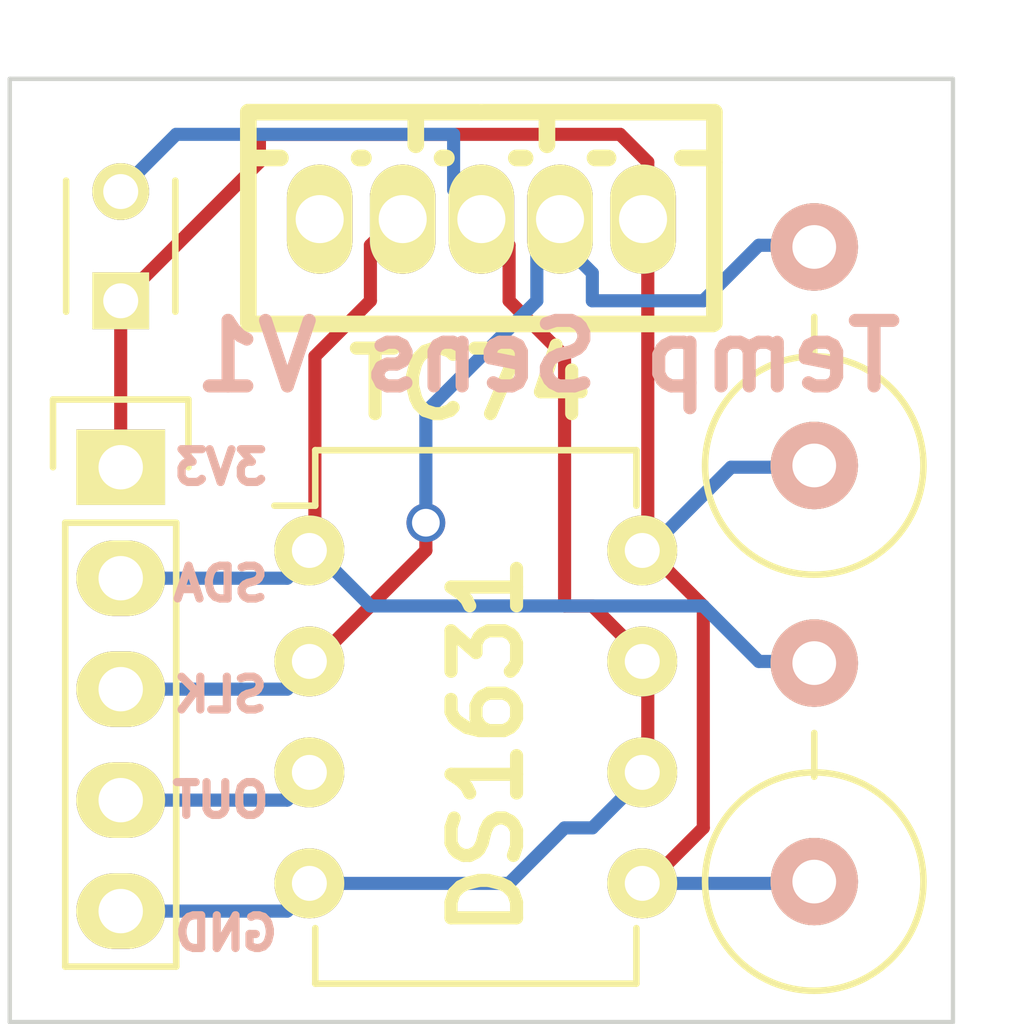
<source format=kicad_pcb>
(kicad_pcb (version 4) (host pcbnew 4.0.0-rc1-stable)

  (general
    (links 18)
    (no_connects 0)
    (area 140.466 90.932 165.54988 115.620001)
    (thickness 1.6)
    (drawings 12)
    (tracks 84)
    (zones 0)
    (modules 6)
    (nets 6)
  )

  (page A4)
  (layers
    (0 F.Cu signal)
    (31 B.Cu signal)
    (32 B.Adhes user)
    (33 F.Adhes user)
    (34 B.Paste user)
    (35 F.Paste user)
    (36 B.SilkS user)
    (37 F.SilkS user)
    (38 B.Mask user)
    (39 F.Mask user)
    (40 Dwgs.User user)
    (41 Cmts.User user)
    (42 Eco1.User user)
    (43 Eco2.User user)
    (44 Edge.Cuts user)
    (45 Margin user)
    (46 B.CrtYd user)
    (47 F.CrtYd user)
    (48 B.Fab user)
    (49 F.Fab user)
  )

  (setup
    (last_trace_width 0.3)
    (trace_clearance 0.254)
    (zone_clearance 0.508)
    (zone_45_only no)
    (trace_min 0.3)
    (segment_width 0.2)
    (edge_width 0.1)
    (via_size 0.889)
    (via_drill 0.635)
    (via_min_size 0.889)
    (via_min_drill 0.635)
    (uvia_size 0.508)
    (uvia_drill 0.127)
    (uvias_allowed no)
    (uvia_min_size 0.508)
    (uvia_min_drill 0.127)
    (pcb_text_width 0.3)
    (pcb_text_size 1.5 1.5)
    (mod_edge_width 0.15)
    (mod_text_size 1 1)
    (mod_text_width 0.15)
    (pad_size 1.5 1.5)
    (pad_drill 0.6)
    (pad_to_mask_clearance 0)
    (aux_axis_origin 0 0)
    (visible_elements FFFFFF7F)
    (pcbplotparams
      (layerselection 0x010f0_80000001)
      (usegerberextensions false)
      (excludeedgelayer true)
      (linewidth 0.100000)
      (plotframeref false)
      (viasonmask false)
      (mode 1)
      (useauxorigin false)
      (hpglpennumber 1)
      (hpglpenspeed 20)
      (hpglpendiameter 15)
      (hpglpenoverlay 2)
      (psnegative false)
      (psa4output false)
      (plotreference true)
      (plotvalue true)
      (plotinvisibletext false)
      (padsonsilk false)
      (subtractmaskfromsilk false)
      (outputformat 1)
      (mirror false)
      (drillshape 0)
      (scaleselection 1)
      (outputdirectory ""))
  )

  (net 0 "")
  (net 1 +3V3)
  (net 2 GND)
  (net 3 "Net-(P1-Pad2)")
  (net 4 "Net-(P1-Pad3)")
  (net 5 "Net-(P1-Pad4)")

  (net_class Default "This is the default net class."
    (clearance 0.254)
    (trace_width 0.3)
    (via_dia 0.889)
    (via_drill 0.635)
    (uvia_dia 0.508)
    (uvia_drill 0.127)
    (add_net +3V3)
    (add_net GND)
    (add_net "Net-(P1-Pad2)")
    (add_net "Net-(P1-Pad3)")
    (add_net "Net-(P1-Pad4)")
  )

  (module Capacitors_ThroughHole:C_Disc_D3_P2.5 (layer F.Cu) (tedit 56034789) (tstamp 5603369C)
    (at 144.145 99.06 90)
    (descr "Capacitor 3mm Disc, Pitch 2.5mm")
    (tags Capacitor)
    (path /560319FC)
    (fp_text reference "" (at 1.25 -2.5 90) (layer F.SilkS)
      (effects (font (size 1 1) (thickness 0.15)))
    )
    (fp_text value "" (at 1.25 2.5 90) (layer F.Fab)
      (effects (font (size 1 1) (thickness 0.15)))
    )
    (fp_line (start -0.9 -1.5) (end 3.4 -1.5) (layer F.CrtYd) (width 0.05))
    (fp_line (start 3.4 -1.5) (end 3.4 1.5) (layer F.CrtYd) (width 0.05))
    (fp_line (start 3.4 1.5) (end -0.9 1.5) (layer F.CrtYd) (width 0.05))
    (fp_line (start -0.9 1.5) (end -0.9 -1.5) (layer F.CrtYd) (width 0.05))
    (fp_line (start -0.25 -1.25) (end 2.75 -1.25) (layer F.SilkS) (width 0.15))
    (fp_line (start 2.75 1.25) (end -0.25 1.25) (layer F.SilkS) (width 0.15))
    (pad 1 thru_hole rect (at 0 0 90) (size 1.3 1.3) (drill 0.8) (layers *.Cu *.Mask F.SilkS)
      (net 1 +3V3))
    (pad 2 thru_hole circle (at 2.5 0 90) (size 1.3 1.3) (drill 0.8001) (layers *.Cu *.Mask F.SilkS)
      (net 2 GND))
    (model Capacitors_ThroughHole.3dshapes/C_Disc_D3_P2.5.wrl
      (at (xyz 0.0492126 0 0))
      (scale (xyz 1 1 1))
      (rotate (xyz 0 0 0))
    )
  )

  (module Pin_Headers:Pin_Header_Straight_1x05 (layer F.Cu) (tedit 56034798) (tstamp 560336A5)
    (at 144.145 102.87)
    (descr "Through hole pin header")
    (tags "pin header")
    (path /560351D3)
    (fp_text reference "" (at 0 -5.1) (layer F.SilkS)
      (effects (font (size 1 1) (thickness 0.15)))
    )
    (fp_text value "" (at 0 -3.1) (layer F.Fab)
      (effects (font (size 1 1) (thickness 0.15)))
    )
    (fp_line (start -1.55 0) (end -1.55 -1.55) (layer F.SilkS) (width 0.15))
    (fp_line (start -1.55 -1.55) (end 1.55 -1.55) (layer F.SilkS) (width 0.15))
    (fp_line (start 1.55 -1.55) (end 1.55 0) (layer F.SilkS) (width 0.15))
    (fp_line (start -1.75 -1.75) (end -1.75 11.95) (layer F.CrtYd) (width 0.05))
    (fp_line (start 1.75 -1.75) (end 1.75 11.95) (layer F.CrtYd) (width 0.05))
    (fp_line (start -1.75 -1.75) (end 1.75 -1.75) (layer F.CrtYd) (width 0.05))
    (fp_line (start -1.75 11.95) (end 1.75 11.95) (layer F.CrtYd) (width 0.05))
    (fp_line (start 1.27 1.27) (end 1.27 11.43) (layer F.SilkS) (width 0.15))
    (fp_line (start 1.27 11.43) (end -1.27 11.43) (layer F.SilkS) (width 0.15))
    (fp_line (start -1.27 11.43) (end -1.27 1.27) (layer F.SilkS) (width 0.15))
    (fp_line (start 1.27 1.27) (end -1.27 1.27) (layer F.SilkS) (width 0.15))
    (pad 1 thru_hole rect (at 0 0) (size 2.032 1.7272) (drill 1.016) (layers *.Cu *.Mask F.SilkS)
      (net 1 +3V3))
    (pad 2 thru_hole oval (at 0 2.54) (size 2.032 1.7272) (drill 1.016) (layers *.Cu *.Mask F.SilkS)
      (net 3 "Net-(P1-Pad2)"))
    (pad 3 thru_hole oval (at 0 5.08) (size 2.032 1.7272) (drill 1.016) (layers *.Cu *.Mask F.SilkS)
      (net 4 "Net-(P1-Pad3)"))
    (pad 4 thru_hole oval (at 0 7.62) (size 2.032 1.7272) (drill 1.016) (layers *.Cu *.Mask F.SilkS)
      (net 5 "Net-(P1-Pad4)"))
    (pad 5 thru_hole oval (at 0 10.16) (size 2.032 1.7272) (drill 1.016) (layers *.Cu *.Mask F.SilkS)
      (net 2 GND))
    (model Pin_Headers.3dshapes/Pin_Header_Straight_1x05.wrl
      (at (xyz 0 -0.2 0))
      (scale (xyz 1 1 1))
      (rotate (xyz 0 0 90))
    )
  )

  (module Resistors_ThroughHole:Resistor_Vertical_RM5mm (layer F.Cu) (tedit 56034772) (tstamp 560336AB)
    (at 160.02 109.855 90)
    (descr "Resistor, Vertical, RM 5mm, 1/3W,")
    (tags "Resistor, Vertical, RM 5mm, 1/3W,")
    (path /56031AAC)
    (fp_text reference "" (at 2.70002 -3.29946 90) (layer F.SilkS)
      (effects (font (size 1 1) (thickness 0.15)))
    )
    (fp_text value "" (at 0 4.50088 90) (layer F.Fab)
      (effects (font (size 1 1) (thickness 0.15)))
    )
    (fp_line (start -0.09906 0) (end 0.9017 0) (layer F.SilkS) (width 0.15))
    (fp_circle (center -2.49936 0) (end 0 0) (layer F.SilkS) (width 0.15))
    (pad 1 thru_hole circle (at -2.49936 0 90) (size 1.99898 1.99898) (drill 1.00076) (layers *.Cu *.SilkS *.Mask)
      (net 1 +3V3))
    (pad 2 thru_hole circle (at 2.5019 0 90) (size 1.99898 1.99898) (drill 1.00076) (layers *.Cu *.SilkS *.Mask)
      (net 3 "Net-(P1-Pad2)"))
  )

  (module Resistors_ThroughHole:Resistor_Vertical_RM5mm (layer F.Cu) (tedit 5603477C) (tstamp 560336B1)
    (at 160.02 100.33 90)
    (descr "Resistor, Vertical, RM 5mm, 1/3W,")
    (tags "Resistor, Vertical, RM 5mm, 1/3W,")
    (path /56031A55)
    (fp_text reference "" (at 2.70002 -3.29946 90) (layer F.SilkS)
      (effects (font (size 1 1) (thickness 0.15)))
    )
    (fp_text value "" (at 0 4.50088 90) (layer F.Fab)
      (effects (font (size 1 1) (thickness 0.15)))
    )
    (fp_line (start -0.09906 0) (end 0.9017 0) (layer F.SilkS) (width 0.15))
    (fp_circle (center -2.49936 0) (end 0 0) (layer F.SilkS) (width 0.15))
    (pad 1 thru_hole circle (at -2.49936 0 90) (size 1.99898 1.99898) (drill 1.00076) (layers *.Cu *.SilkS *.Mask)
      (net 1 +3V3))
    (pad 2 thru_hole circle (at 2.5019 0 90) (size 1.99898 1.99898) (drill 1.00076) (layers *.Cu *.SilkS *.Mask)
      (net 4 "Net-(P1-Pad3)"))
  )

  (module Housings_DIP:DIP-8_W7.62mm (layer F.Cu) (tedit 560347CD) (tstamp 560336BD)
    (at 148.463 104.775)
    (descr "8-lead dip package, row spacing 7.62 mm (300 mils)")
    (tags "dil dip 2.54 300")
    (path /560316EF)
    (fp_text reference "" (at 0 -5.22) (layer F.SilkS)
      (effects (font (size 1 1) (thickness 0.15)))
    )
    (fp_text value "" (at 0 -3.72) (layer F.Fab)
      (effects (font (size 1 1) (thickness 0.15)))
    )
    (fp_line (start -1.05 -2.45) (end -1.05 10.1) (layer F.CrtYd) (width 0.05))
    (fp_line (start 8.65 -2.45) (end 8.65 10.1) (layer F.CrtYd) (width 0.05))
    (fp_line (start -1.05 -2.45) (end 8.65 -2.45) (layer F.CrtYd) (width 0.05))
    (fp_line (start -1.05 10.1) (end 8.65 10.1) (layer F.CrtYd) (width 0.05))
    (fp_line (start 0.135 -2.295) (end 0.135 -1.025) (layer F.SilkS) (width 0.15))
    (fp_line (start 7.485 -2.295) (end 7.485 -1.025) (layer F.SilkS) (width 0.15))
    (fp_line (start 7.485 9.915) (end 7.485 8.645) (layer F.SilkS) (width 0.15))
    (fp_line (start 0.135 9.915) (end 0.135 8.645) (layer F.SilkS) (width 0.15))
    (fp_line (start 0.135 -2.295) (end 7.485 -2.295) (layer F.SilkS) (width 0.15))
    (fp_line (start 0.135 9.915) (end 7.485 9.915) (layer F.SilkS) (width 0.15))
    (fp_line (start 0.135 -1.025) (end -0.8 -1.025) (layer F.SilkS) (width 0.15))
    (pad 1 thru_hole oval (at 0 0) (size 1.6 1.6) (drill 0.8) (layers *.Cu *.Mask F.SilkS)
      (net 3 "Net-(P1-Pad2)"))
    (pad 2 thru_hole oval (at 0 2.54) (size 1.6 1.6) (drill 0.8) (layers *.Cu *.Mask F.SilkS)
      (net 4 "Net-(P1-Pad3)"))
    (pad 3 thru_hole oval (at 0 5.08) (size 1.6 1.6) (drill 0.8) (layers *.Cu *.Mask F.SilkS)
      (net 5 "Net-(P1-Pad4)"))
    (pad 4 thru_hole oval (at 0 7.62) (size 1.6 1.6) (drill 0.8) (layers *.Cu *.Mask F.SilkS)
      (net 2 GND))
    (pad 5 thru_hole oval (at 7.62 7.62) (size 1.6 1.6) (drill 0.8) (layers *.Cu *.Mask F.SilkS)
      (net 1 +3V3))
    (pad 6 thru_hole oval (at 7.62 5.08) (size 1.6 1.6) (drill 0.8) (layers *.Cu *.Mask F.SilkS)
      (net 2 GND))
    (pad 7 thru_hole oval (at 7.62 2.54) (size 1.6 1.6) (drill 0.8) (layers *.Cu *.Mask F.SilkS)
      (net 2 GND))
    (pad 8 thru_hole oval (at 7.62 0) (size 1.6 1.6) (drill 0.8) (layers *.Cu *.Mask F.SilkS)
      (net 1 +3V3))
    (model Housings_DIP.3dshapes/DIP-8_W7.62mm.wrl
      (at (xyz 0 0 0))
      (scale (xyz 1 1 1))
      (rotate (xyz 0 0 0))
    )
  )

  (module VorlagenModul-cache-orig-2:Pentawatt_Neutral_Straight_Vertical_TO220-5-T05A (layer F.Cu) (tedit 5603465E) (tstamp 560336C6)
    (at 152.4 97.79)
    (descr Pentawatt_Neutral_Straight_Vertical_TO220-5-T05A)
    (tags Pentawatt_Neutral_Straight_Vertical_TO220-5-T05A)
    (path /56032480)
    (fp_text reference "" (at 0 -5.08) (layer F.SilkS)
      (effects (font (thickness 0.3048)))
    )
    (fp_text value "" (at 1.27 7.62) (layer F.SilkS)
      (effects (font (thickness 0.3048)))
    )
    (fp_line (start 4.59994 -1.99898) (end 5.30098 -1.99898) (layer F.SilkS) (width 0.381))
    (fp_line (start 2.60096 -1.99898) (end 2.90068 -1.99898) (layer F.SilkS) (width 0.381))
    (fp_line (start 0.8001 -1.99898) (end 1.00076 -1.99898) (layer F.SilkS) (width 0.381))
    (fp_line (start -0.89916 -1.99898) (end -0.8001 -1.99898) (layer F.SilkS) (width 0.381))
    (fp_line (start -2.79908 -1.99898) (end -2.70002 -1.99898) (layer F.SilkS) (width 0.381))
    (fp_line (start -5.30098 -1.99898) (end -4.59994 -1.99898) (layer F.SilkS) (width 0.381))
    (fp_line (start 1.50114 -2.99974) (end 1.50114 -2.30124) (layer F.SilkS) (width 0.381))
    (fp_line (start -1.50114 -2.99974) (end -1.50114 -2.30124) (layer F.SilkS) (width 0.381))
    (fp_line (start -5.30098 1.80086) (end 5.30098 1.80086) (layer F.SilkS) (width 0.381))
    (fp_text user "" (at -6.35 3.81) (layer F.SilkS)
      (effects (font (thickness 0.3048)))
    )
    (fp_line (start 5.334 -1.905) (end 5.334 1.778) (layer F.SilkS) (width 0.381))
    (fp_line (start -5.334 1.778) (end -5.334 -1.905) (layer F.SilkS) (width 0.381))
    (fp_line (start 5.334 -3.048) (end 5.334 -1.905) (layer F.SilkS) (width 0.381))
    (fp_line (start -5.334 -1.905) (end -5.334 -3.048) (layer F.SilkS) (width 0.381))
    (fp_line (start 0 -3.048) (end -5.334 -3.048) (layer F.SilkS) (width 0.381))
    (fp_line (start 0 -3.048) (end 5.334 -3.048) (layer F.SilkS) (width 0.381))
    (pad 3 thru_hole oval (at 0 -0.59944 90) (size 2.49936 1.50114) (drill 1.09982) (layers *.Cu *.Mask F.SilkS)
      (net 2 GND))
    (pad 1 thru_hole oval (at -3.70078 -0.59944 90) (size 2.49936 1.50114) (drill 1.09982) (layers *.Cu *.Mask F.SilkS))
    (pad 5 thru_hole oval (at 3.70078 -0.59944 90) (size 2.49936 1.50114) (drill 1.09982) (layers *.Cu *.Mask F.SilkS)
      (net 1 +3V3))
    (pad 4 thru_hole oval (at 1.80086 -0.59944 90) (size 2.49936 1.50114) (drill 1.09982) (layers *.Cu *.Mask F.SilkS)
      (net 4 "Net-(P1-Pad3)"))
    (pad 2 thru_hole oval (at -1.80086 -0.59944 90) (size 2.49936 1.50114) (drill 1.09982) (layers *.Cu *.Mask F.SilkS)
      (net 3 "Net-(P1-Pad2)"))
  )

  (gr_text TC74 (at 152.146 100.965) (layer F.SilkS)
    (effects (font (size 1.5 1.5) (thickness 0.3)))
  )
  (gr_text DS1631 (at 152.527 109.22 90) (layer F.SilkS)
    (effects (font (size 1.5 1.5) (thickness 0.3)))
  )
  (gr_text "OUT\n" (at 146.431 110.49) (layer B.SilkS)
    (effects (font (size 0.75 0.75) (thickness 0.1875)) (justify mirror))
  )
  (gr_text "Temp Sens V1\n" (at 153.924 100.33) (layer B.SilkS)
    (effects (font (size 1.5 1.5) (thickness 0.3)) (justify mirror))
  )
  (gr_text SLK (at 146.431 108.077) (layer B.SilkS)
    (effects (font (size 0.75 0.75) (thickness 0.1875)) (justify mirror))
  )
  (gr_text SDA (at 146.431 105.537) (layer B.SilkS)
    (effects (font (size 0.75 0.75) (thickness 0.1875)) (justify mirror))
  )
  (gr_text 3V3 (at 146.431 102.87) (layer B.SilkS)
    (effects (font (size 0.75 0.75) (thickness 0.1875)) (justify mirror))
  )
  (gr_text GND (at 146.558 113.538) (layer B.SilkS)
    (effects (font (size 0.75 0.75) (thickness 0.1875)) (justify mirror))
  )
  (gr_line (start 163.195 93.98) (end 141.605 93.98) (angle 90) (layer Edge.Cuts) (width 0.1))
  (gr_line (start 163.195 115.57) (end 163.195 93.98) (angle 90) (layer Edge.Cuts) (width 0.1))
  (gr_line (start 141.605 115.57) (end 163.195 115.57) (angle 90) (layer Edge.Cuts) (width 0.1))
  (gr_line (start 141.605 93.98) (end 141.605 115.57) (angle 90) (layer Edge.Cuts) (width 0.1))

  (segment (start 144.145 99.06) (end 147.32 95.885) (width 0.3) (layer F.Cu) (net 1) (status 80000))
  (segment (start 147.32 95.885) (end 147.32 95.25) (width 0.3) (layer F.Cu) (net 1) (status 80000))
  (segment (start 147.32 95.25) (end 155.575 95.25) (width 0.3) (layer F.Cu) (net 1) (status 80000))
  (segment (start 155.575 95.25) (end 156.21 95.885) (width 0.3) (layer F.Cu) (net 1) (status 80000))
  (segment (start 156.21 95.885) (end 156.21 97.155) (width 0.3) (layer F.Cu) (net 1) (status 80000))
  (segment (start 156.21 97.155) (end 156.10078 97.19056) (width 0.3) (layer F.Cu) (net 1) (tstamp 56033E59) (status 80000))
  (segment (start 156.083 104.775) (end 156.21 104.775) (width 0.3) (layer B.Cu) (net 1) (status 80000))
  (segment (start 156.21 104.775) (end 158.115 102.87) (width 0.3) (layer B.Cu) (net 1) (status 80000))
  (segment (start 158.115 102.87) (end 160.02 102.87) (width 0.3) (layer B.Cu) (net 1) (status 80000))
  (segment (start 160.02 102.87) (end 160.02 102.82936) (width 0.3) (layer B.Cu) (net 1) (tstamp 56033E57) (status 80000))
  (segment (start 156.10078 97.19056) (end 156.21 97.155) (width 0.3) (layer F.Cu) (net 1) (status 80000))
  (segment (start 156.21 97.155) (end 156.21 104.775) (width 0.3) (layer F.Cu) (net 1) (status 80000))
  (segment (start 156.21 104.775) (end 156.083 104.775) (width 0.3) (layer F.Cu) (net 1) (tstamp 56033E54) (status 80000))
  (segment (start 156.083 104.775) (end 156.21 104.775) (width 0.3) (layer F.Cu) (net 1) (status 80000))
  (segment (start 156.21 104.775) (end 157.48 106.045) (width 0.3) (layer F.Cu) (net 1) (status 80000))
  (segment (start 157.48 106.045) (end 157.48 111.125) (width 0.3) (layer F.Cu) (net 1) (status 80000))
  (segment (start 157.48 111.125) (end 156.21 112.395) (width 0.3) (layer F.Cu) (net 1) (status 80000))
  (segment (start 156.21 112.395) (end 156.083 112.395) (width 0.3) (layer F.Cu) (net 1) (tstamp 56033E53) (status 80000))
  (segment (start 156.083 112.395) (end 160.02 112.395) (width 0.3) (layer B.Cu) (net 1) (status 80000))
  (segment (start 160.02 112.395) (end 160.02 112.35436) (width 0.3) (layer B.Cu) (net 1) (tstamp 56033E52) (status 80000))
  (segment (start 144.145 102.87) (end 144.145 99.06) (width 0.3) (layer F.Cu) (net 1) (status 80000))
  (segment (start 152.4 97.19056) (end 152.4 97.155) (width 0.3) (layer F.Cu) (net 2) (status 80000))
  (segment (start 152.4 97.155) (end 153.035 97.79) (width 0.3) (layer F.Cu) (net 2) (status 80000))
  (segment (start 153.035 97.79) (end 153.035 99.06) (width 0.3) (layer F.Cu) (net 2) (status 80000))
  (segment (start 153.035 99.06) (end 154.305 100.33) (width 0.3) (layer F.Cu) (net 2) (status 80000))
  (segment (start 154.305 100.33) (end 154.305 106.045) (width 0.3) (layer F.Cu) (net 2) (status 80000))
  (segment (start 154.305 106.045) (end 154.94 106.045) (width 0.3) (layer F.Cu) (net 2) (status 80000))
  (segment (start 154.94 106.045) (end 156.21 107.315) (width 0.3) (layer F.Cu) (net 2) (status 80000))
  (segment (start 156.21 107.315) (end 156.083 107.315) (width 0.3) (layer F.Cu) (net 2) (tstamp 56033E5B) (status 80000))
  (segment (start 156.083 109.855) (end 156.21 109.855) (width 0.3) (layer B.Cu) (net 2) (status 80000))
  (segment (start 156.21 109.855) (end 154.94 111.125) (width 0.3) (layer B.Cu) (net 2) (status 80000))
  (segment (start 154.94 111.125) (end 154.305 111.125) (width 0.3) (layer B.Cu) (net 2) (status 80000))
  (segment (start 154.305 111.125) (end 153.035 112.395) (width 0.3) (layer B.Cu) (net 2) (status 80000))
  (segment (start 153.035 112.395) (end 148.463 112.395) (width 0.3) (layer B.Cu) (net 2) (status 80000))
  (segment (start 144.145 96.56) (end 144.145 96.52) (width 0.3) (layer B.Cu) (net 2) (status 80000))
  (segment (start 144.145 96.52) (end 145.415 95.25) (width 0.3) (layer B.Cu) (net 2) (status 80000))
  (segment (start 145.415 95.25) (end 151.765 95.25) (width 0.3) (layer B.Cu) (net 2) (status 80000))
  (segment (start 151.765 95.25) (end 151.765 96.52) (width 0.3) (layer B.Cu) (net 2) (status 80000))
  (segment (start 151.765 96.52) (end 152.4 97.155) (width 0.3) (layer B.Cu) (net 2) (status 80000))
  (segment (start 152.4 97.155) (end 152.4 97.19056) (width 0.3) (layer B.Cu) (net 2) (tstamp 56033E56) (status 80000))
  (segment (start 148.463 112.395) (end 148.59 112.395) (width 0.3) (layer B.Cu) (net 2) (status 80000))
  (segment (start 148.59 112.395) (end 147.955 113.03) (width 0.3) (layer B.Cu) (net 2) (status 80000))
  (segment (start 147.955 113.03) (end 144.145 113.03) (width 0.3) (layer B.Cu) (net 2) (status 80000))
  (segment (start 156.083 107.315) (end 156.21 107.315) (width 0.3) (layer F.Cu) (net 2) (status 80000))
  (segment (start 156.21 107.315) (end 156.21 109.855) (width 0.3) (layer F.Cu) (net 2) (status 80000))
  (segment (start 156.21 109.855) (end 156.083 109.855) (width 0.3) (layer F.Cu) (net 2) (tstamp 56033E51) (status 80000))
  (segment (start 148.463 104.775) (end 148.59 104.775) (width 0.3) (layer B.Cu) (net 3) (status 80000))
  (segment (start 148.59 104.775) (end 149.86 106.045) (width 0.3) (layer B.Cu) (net 3) (status 80000))
  (segment (start 149.86 106.045) (end 157.48 106.045) (width 0.3) (layer B.Cu) (net 3) (status 80000))
  (segment (start 157.48 106.045) (end 158.75 107.315) (width 0.3) (layer B.Cu) (net 3) (status 80000))
  (segment (start 158.75 107.315) (end 160.02 107.315) (width 0.3) (layer B.Cu) (net 3) (status 80000))
  (segment (start 160.02 107.315) (end 160.02 107.3531) (width 0.3) (layer B.Cu) (net 3) (tstamp 56033E5A) (status 80000))
  (segment (start 150.59914 97.19056) (end 150.495 97.155) (width 0.3) (layer F.Cu) (net 3) (status 80000))
  (segment (start 150.495 97.155) (end 149.86 97.79) (width 0.3) (layer F.Cu) (net 3) (status 80000))
  (segment (start 149.86 97.79) (end 149.86 99.06) (width 0.3) (layer F.Cu) (net 3) (status 80000))
  (segment (start 149.86 99.06) (end 148.59 100.33) (width 0.3) (layer F.Cu) (net 3) (status 80000))
  (segment (start 148.59 100.33) (end 148.59 104.775) (width 0.3) (layer F.Cu) (net 3) (status 80000))
  (segment (start 148.59 104.775) (end 148.463 104.775) (width 0.3) (layer F.Cu) (net 3) (tstamp 56033E58) (status 80000))
  (segment (start 148.463 104.775) (end 148.59 104.775) (width 0.3) (layer B.Cu) (net 3) (status 80000))
  (segment (start 148.59 104.775) (end 147.955 105.41) (width 0.3) (layer B.Cu) (net 3) (status 80000))
  (segment (start 147.955 105.41) (end 144.145 105.41) (width 0.3) (layer B.Cu) (net 3) (status 80000))
  (segment (start 148.463 107.315) (end 148.59 107.315) (width 0.3) (layer F.Cu) (net 4) (status 80000))
  (segment (start 148.59 107.315) (end 151.13 104.775) (width 0.3) (layer F.Cu) (net 4) (status 80000))
  (segment (start 151.13 104.775) (end 151.13 104.14) (width 0.3) (layer F.Cu) (net 4) (status 80000))
  (via (at 151.13 104.14) (size 0.889) (layers F.Cu B.Cu) (net 4) (status 80000))
  (segment (start 151.13 104.14) (end 151.13 101.6) (width 0.3) (layer B.Cu) (net 4) (status 80000))
  (segment (start 151.13 101.6) (end 153.67 99.06) (width 0.3) (layer B.Cu) (net 4) (status 80000))
  (segment (start 153.67 99.06) (end 153.67 97.79) (width 0.3) (layer B.Cu) (net 4) (status 80000))
  (segment (start 153.67 97.79) (end 154.305 97.155) (width 0.3) (layer B.Cu) (net 4) (status 80000))
  (segment (start 154.305 97.155) (end 154.20086 97.19056) (width 0.3) (layer B.Cu) (net 4) (tstamp 56033E5C) (status 80000))
  (segment (start 154.20086 97.19056) (end 154.305 97.155) (width 0.3) (layer B.Cu) (net 4) (status 80000))
  (segment (start 154.305 97.155) (end 154.305 97.79) (width 0.3) (layer B.Cu) (net 4) (status 80000))
  (segment (start 154.305 97.79) (end 154.94 98.425) (width 0.3) (layer B.Cu) (net 4) (status 80000))
  (segment (start 154.94 98.425) (end 154.94 99.06) (width 0.3) (layer B.Cu) (net 4) (status 80000))
  (segment (start 154.94 99.06) (end 157.48 99.06) (width 0.3) (layer B.Cu) (net 4) (status 80000))
  (segment (start 157.48 99.06) (end 158.75 97.79) (width 0.3) (layer B.Cu) (net 4) (status 80000))
  (segment (start 158.75 97.79) (end 160.02 97.79) (width 0.3) (layer B.Cu) (net 4) (status 80000))
  (segment (start 160.02 97.79) (end 160.02 97.8281) (width 0.3) (layer B.Cu) (net 4) (tstamp 56033E55) (status 80000))
  (segment (start 148.463 107.315) (end 148.59 107.315) (width 0.3) (layer B.Cu) (net 4) (status 80000))
  (segment (start 148.59 107.315) (end 147.955 107.95) (width 0.3) (layer B.Cu) (net 4) (status 80000))
  (segment (start 147.955 107.95) (end 144.145 107.95) (width 0.3) (layer B.Cu) (net 4) (status 80000))
  (segment (start 148.463 109.855) (end 148.59 109.855) (width 0.3) (layer B.Cu) (net 5) (status 80000))
  (segment (start 148.59 109.855) (end 147.955 110.49) (width 0.3) (layer B.Cu) (net 5) (status 80000))
  (segment (start 147.955 110.49) (end 144.145 110.49) (width 0.3) (layer B.Cu) (net 5) (status 80000))

)

</source>
